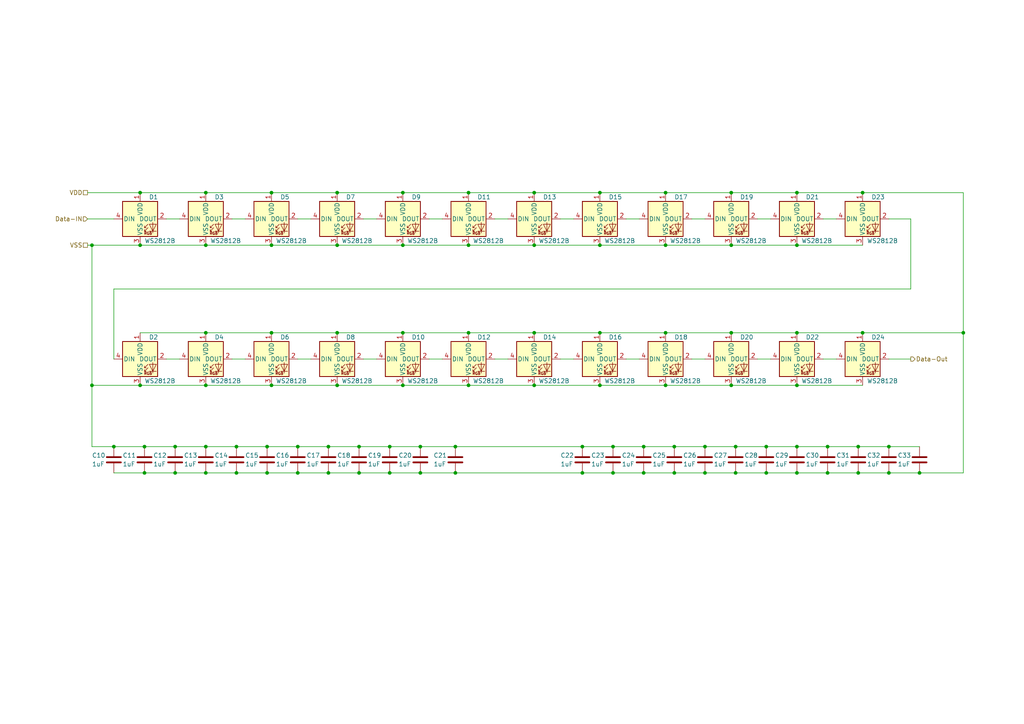
<source format=kicad_sch>
(kicad_sch (version 20211123) (generator eeschema)
  (paper "A4")
  (lib_symbols
    (symbol "Device:C" (pin_numbers hide) (pin_names (offset 0.254))
      (property "Reference" "C" (at 0.635 2.54 0))
      (property "Value" "C" (at 0.635 -2.54 0))
      (symbol "C_0_1"
        (polyline (pts (xy -2.032 -0.762) (xy 2.032 -0.762)) (stroke (width 0.508)))
        (polyline (pts (xy -2.032 0.762) (xy 2.032 0.762)) (stroke (width 0.508)))
      )
      (symbol "C_1_1"
        (pin passive line (at 0 3.81 270) (length 2.794) (name "~") (number "1"))
        (pin passive line (at 0 -3.81 90) (length 2.794) (name "~") (number "2"))
      )
    )
    (symbol "LED:WS2812B" (pin_names (offset 0.254))
      (property "Reference" "D" (at 5.08 5.715 0))
      (property "Value" "WS2812B" (at 1.27 -5.715 0))
      (symbol "WS2812B_0_0"
        (text "RGB" (at 2.286 -4.191 0) (effects (font (size 0.762 0.762))))
      )
      (symbol "WS2812B_0_1"
        (polyline (pts (xy 1.27 -3.556) (xy 1.778 -3.556)))
        (polyline (pts (xy 1.27 -2.54) (xy 1.778 -2.54)))
        (polyline (pts (xy 4.699 -3.556) (xy 2.667 -3.556)))
        (polyline (pts (xy 2.286 -2.54) (xy 1.27 -3.556) (xy 1.27 -3.048)))
        (polyline (pts (xy 2.286 -1.524) (xy 1.27 -2.54) (xy 1.27 -2.032)))
        (polyline (pts (xy 3.683 -1.016) (xy 3.683 -3.556) (xy 3.683 -4.064)))
        (polyline (pts (xy 4.699 -1.524) (xy 2.667 -1.524) (xy 3.683 -3.556) (xy 4.699 -1.524)))
        (rectangle (start 5.08 5.08) (end -5.08 -5.08) (stroke (width 0.254)) (fill (type background)))
      )
      (symbol "WS2812B_1_1"
        (pin power_in line (at 0 7.62 270) (length 2.54) (name "VDD") (number "1"))
        (pin output line (at 7.62 0 180) (length 2.54) (name "DOUT") (number "2"))
        (pin power_in line (at 0 -7.62 90) (length 2.54) (name "VSS") (number "3"))
        (pin input line (at -7.62 0 0) (length 2.54) (name "DIN") (number "4"))
      )
    )
  )
  (junction (at 177.8 129.54))
  (junction (at 135.89 111.76))
  (junction (at 222.25 137.16))
  (junction (at 50.8 129.54))
  (junction (at 40.64 111.76))
  (junction (at 78.74 55.88))
  (junction (at 168.91 129.54))
  (junction (at 173.99 111.76))
  (junction (at 86.36 129.54))
  (junction (at 135.89 55.88))
  (junction (at 97.79 96.52))
  (junction (at 59.69 55.88))
  (junction (at 204.47 137.16))
  (junction (at 104.14 129.54))
  (junction (at 168.91 137.16))
  (junction (at 68.58 137.16))
  (junction (at 77.47 137.16))
  (junction (at 116.84 96.52))
  (junction (at 97.79 111.76))
  (junction (at 173.99 71.12))
  (junction (at 195.58 129.54))
  (junction (at 132.08 137.16))
  (junction (at 212.09 96.52))
  (junction (at 78.74 96.52))
  (junction (at 116.84 71.12))
  (junction (at 186.69 137.16))
  (junction (at 121.92 137.16))
  (junction (at 257.81 129.54))
  (junction (at 154.94 55.88))
  (junction (at 250.19 96.52))
  (junction (at 154.94 71.12))
  (junction (at 212.09 111.76))
  (junction (at 97.79 55.88))
  (junction (at 41.91 129.54))
  (junction (at 135.89 96.52))
  (junction (at 26.67 111.76))
  (junction (at 135.89 71.12))
  (junction (at 193.04 96.52))
  (junction (at 40.64 55.88))
  (junction (at 95.25 137.16))
  (junction (at 250.19 55.88))
  (junction (at 231.14 55.88))
  (junction (at 193.04 55.88))
  (junction (at 248.92 129.54))
  (junction (at 59.69 111.76))
  (junction (at 78.74 71.12))
  (junction (at 113.03 129.54))
  (junction (at 173.99 96.52))
  (junction (at 212.09 55.88))
  (junction (at 222.25 129.54))
  (junction (at 50.8 137.16))
  (junction (at 77.47 129.54))
  (junction (at 41.91 137.16))
  (junction (at 279.4 96.52))
  (junction (at 154.94 111.76))
  (junction (at 195.58 137.16))
  (junction (at 231.14 129.54))
  (junction (at 154.94 96.52))
  (junction (at 26.67 71.12))
  (junction (at 59.69 137.16))
  (junction (at 40.64 71.12))
  (junction (at 231.14 111.76))
  (junction (at 68.58 129.54))
  (junction (at 177.8 137.16))
  (junction (at 116.84 55.88))
  (junction (at 231.14 96.52))
  (junction (at 204.47 129.54))
  (junction (at 173.99 55.88))
  (junction (at 132.08 129.54))
  (junction (at 33.02 129.54))
  (junction (at 113.03 137.16))
  (junction (at 104.14 137.16))
  (junction (at 193.04 71.12))
  (junction (at 97.79 71.12))
  (junction (at 95.25 129.54))
  (junction (at 86.36 137.16))
  (junction (at 231.14 71.12))
  (junction (at 59.69 129.54))
  (junction (at 186.69 129.54))
  (junction (at 257.81 137.16))
  (junction (at 59.69 71.12))
  (junction (at 266.7 137.16))
  (junction (at 213.36 137.16))
  (junction (at 231.14 137.16))
  (junction (at 213.36 129.54))
  (junction (at 212.09 71.12))
  (junction (at 59.69 96.52))
  (junction (at 240.03 129.54))
  (junction (at 78.74 111.76))
  (junction (at 121.92 129.54))
  (junction (at 116.84 111.76))
  (junction (at 248.92 137.16))
  (junction (at 240.03 137.16))
  (junction (at 193.04 111.76))
  (wire (pts (xy 113.03 137.16) (xy 121.92 137.16)))
  (wire (pts (xy 143.51 104.14) (xy 147.32 104.14)))
  (wire (pts (xy 212.09 71.12) (xy 193.04 71.12)))
  (wire (pts (xy 240.03 129.54) (xy 248.92 129.54)))
  (wire (pts (xy 40.64 55.88) (xy 59.69 55.88)))
  (wire (pts (xy 116.84 55.88) (xy 135.89 55.88)))
  (wire (pts (xy 40.64 71.12) (xy 26.67 71.12)))
  (wire (pts (xy 26.67 111.76) (xy 40.64 111.76)))
  (wire (pts (xy 231.14 137.16) (xy 240.03 137.16)))
  (wire (pts (xy 86.36 104.14) (xy 90.17 104.14)))
  (wire (pts (xy 40.64 55.88) (xy 25.4 55.88)))
  (wire (pts (xy 195.58 129.54) (xy 204.47 129.54)))
  (wire (pts (xy 181.61 63.5) (xy 185.42 63.5)))
  (wire (pts (xy 33.02 83.82) (xy 33.02 104.14)))
  (wire (pts (xy 200.66 104.14) (xy 204.47 104.14)))
  (wire (pts (xy 238.76 104.14) (xy 242.57 104.14)))
  (wire (pts (xy 97.79 55.88) (xy 116.84 55.88)))
  (wire (pts (xy 116.84 96.52) (xy 135.89 96.52)))
  (wire (pts (xy 78.74 71.12) (xy 97.79 71.12)))
  (wire (pts (xy 78.74 55.88) (xy 97.79 55.88)))
  (wire (pts (xy 97.79 111.76) (xy 78.74 111.76)))
  (wire (pts (xy 59.69 96.52) (xy 78.74 96.52)))
  (wire (pts (xy 257.81 137.16) (xy 266.7 137.16)))
  (wire (pts (xy 59.69 111.76) (xy 78.74 111.76)))
  (wire (pts (xy 200.66 63.5) (xy 204.47 63.5)))
  (wire (pts (xy 154.94 96.52) (xy 135.89 96.52)))
  (wire (pts (xy 193.04 96.52) (xy 212.09 96.52)))
  (wire (pts (xy 26.67 111.76) (xy 26.67 129.54)))
  (wire (pts (xy 124.46 63.5) (xy 128.27 63.5)))
  (wire (pts (xy 97.79 111.76) (xy 116.84 111.76)))
  (wire (pts (xy 257.81 63.5) (xy 264.16 63.5)))
  (wire (pts (xy 86.36 63.5) (xy 90.17 63.5)))
  (wire (pts (xy 68.58 137.16) (xy 77.47 137.16)))
  (wire (pts (xy 257.81 129.54) (xy 266.7 129.54)))
  (wire (pts (xy 116.84 111.76) (xy 135.89 111.76)))
  (wire (pts (xy 279.4 55.88) (xy 279.4 96.52)))
  (wire (pts (xy 264.16 63.5) (xy 264.16 83.82)))
  (wire (pts (xy 86.36 137.16) (xy 77.47 137.16)))
  (wire (pts (xy 173.99 96.52) (xy 193.04 96.52)))
  (wire (pts (xy 132.08 129.54) (xy 168.91 129.54)))
  (wire (pts (xy 86.36 129.54) (xy 95.25 129.54)))
  (wire (pts (xy 135.89 111.76) (xy 154.94 111.76)))
  (wire (pts (xy 240.03 137.16) (xy 248.92 137.16)))
  (wire (pts (xy 186.69 137.16) (xy 195.58 137.16)))
  (wire (pts (xy 41.91 129.54) (xy 50.8 129.54)))
  (wire (pts (xy 50.8 137.16) (xy 59.69 137.16)))
  (wire (pts (xy 177.8 137.16) (xy 186.69 137.16)))
  (wire (pts (xy 86.36 137.16) (xy 95.25 137.16)))
  (wire (pts (xy 26.67 71.12) (xy 25.4 71.12)))
  (wire (pts (xy 212.09 71.12) (xy 231.14 71.12)))
  (wire (pts (xy 250.19 55.88) (xy 279.4 55.88)))
  (wire (pts (xy 231.14 129.54) (xy 240.03 129.54)))
  (wire (pts (xy 121.92 129.54) (xy 132.08 129.54)))
  (wire (pts (xy 59.69 137.16) (xy 68.58 137.16)))
  (wire (pts (xy 193.04 55.88) (xy 212.09 55.88)))
  (wire (pts (xy 97.79 71.12) (xy 116.84 71.12)))
  (wire (pts (xy 104.14 129.54) (xy 113.03 129.54)))
  (wire (pts (xy 222.25 137.16) (xy 231.14 137.16)))
  (wire (pts (xy 257.81 104.14) (xy 264.16 104.14)))
  (wire (pts (xy 238.76 63.5) (xy 242.57 63.5)))
  (wire (pts (xy 40.64 111.76) (xy 59.69 111.76)))
  (wire (pts (xy 193.04 111.76) (xy 173.99 111.76)))
  (wire (pts (xy 212.09 111.76) (xy 231.14 111.76)))
  (wire (pts (xy 177.8 129.54) (xy 186.69 129.54)))
  (wire (pts (xy 168.91 137.16) (xy 177.8 137.16)))
  (wire (pts (xy 248.92 137.16) (xy 257.81 137.16)))
  (wire (pts (xy 104.14 137.16) (xy 113.03 137.16)))
  (wire (pts (xy 213.36 129.54) (xy 222.25 129.54)))
  (wire (pts (xy 266.7 137.16) (xy 279.4 137.16)))
  (wire (pts (xy 124.46 104.14) (xy 128.27 104.14)))
  (wire (pts (xy 213.36 137.16) (xy 222.25 137.16)))
  (wire (pts (xy 97.79 96.52) (xy 116.84 96.52)))
  (wire (pts (xy 162.56 104.14) (xy 166.37 104.14)))
  (wire (pts (xy 67.31 104.14) (xy 71.12 104.14)))
  (wire (pts (xy 68.58 129.54) (xy 77.47 129.54)))
  (wire (pts (xy 162.56 63.5) (xy 166.37 63.5)))
  (wire (pts (xy 40.64 96.52) (xy 59.69 96.52)))
  (wire (pts (xy 248.92 129.54) (xy 257.81 129.54)))
  (wire (pts (xy 193.04 111.76) (xy 212.09 111.76)))
  (wire (pts (xy 264.16 83.82) (xy 33.02 83.82)))
  (wire (pts (xy 40.64 71.12) (xy 59.69 71.12)))
  (wire (pts (xy 250.19 96.52) (xy 231.14 96.52)))
  (wire (pts (xy 195.58 137.16) (xy 204.47 137.16)))
  (wire (pts (xy 219.71 104.14) (xy 223.52 104.14)))
  (wire (pts (xy 231.14 55.88) (xy 250.19 55.88)))
  (wire (pts (xy 59.69 55.88) (xy 78.74 55.88)))
  (wire (pts (xy 204.47 137.16) (xy 213.36 137.16)))
  (wire (pts (xy 154.94 71.12) (xy 173.99 71.12)))
  (wire (pts (xy 135.89 71.12) (xy 154.94 71.12)))
  (wire (pts (xy 154.94 111.76) (xy 173.99 111.76)))
  (wire (pts (xy 250.19 96.52) (xy 279.4 96.52)))
  (wire (pts (xy 181.61 104.14) (xy 185.42 104.14)))
  (wire (pts (xy 222.25 129.54) (xy 231.14 129.54)))
  (wire (pts (xy 77.47 129.54) (xy 86.36 129.54)))
  (wire (pts (xy 95.25 137.16) (xy 104.14 137.16)))
  (wire (pts (xy 143.51 63.5) (xy 147.32 63.5)))
  (wire (pts (xy 219.71 63.5) (xy 223.52 63.5)))
  (wire (pts (xy 212.09 55.88) (xy 231.14 55.88)))
  (wire (pts (xy 33.02 129.54) (xy 41.91 129.54)))
  (wire (pts (xy 59.69 129.54) (xy 68.58 129.54)))
  (wire (pts (xy 48.26 63.5) (xy 52.07 63.5)))
  (wire (pts (xy 48.26 104.14) (xy 52.07 104.14)))
  (wire (pts (xy 212.09 96.52) (xy 231.14 96.52)))
  (wire (pts (xy 186.69 129.54) (xy 195.58 129.54)))
  (wire (pts (xy 105.41 104.14) (xy 109.22 104.14)))
  (wire (pts (xy 173.99 55.88) (xy 193.04 55.88)))
  (wire (pts (xy 105.41 63.5) (xy 109.22 63.5)))
  (wire (pts (xy 116.84 71.12) (xy 135.89 71.12)))
  (wire (pts (xy 78.74 96.52) (xy 97.79 96.52)))
  (wire (pts (xy 67.31 63.5) (xy 71.12 63.5)))
  (wire (pts (xy 33.02 137.16) (xy 41.91 137.16)))
  (wire (pts (xy 25.4 63.5) (xy 33.02 63.5)))
  (wire (pts (xy 173.99 71.12) (xy 193.04 71.12)))
  (wire (pts (xy 132.08 137.16) (xy 168.91 137.16)))
  (wire (pts (xy 113.03 129.54) (xy 121.92 129.54)))
  (wire (pts (xy 26.67 71.12) (xy 26.67 111.76)))
  (wire (pts (xy 168.91 129.54) (xy 177.8 129.54)))
  (wire (pts (xy 135.89 55.88) (xy 154.94 55.88)))
  (wire (pts (xy 154.94 55.88) (xy 173.99 55.88)))
  (wire (pts (xy 78.74 71.12) (xy 59.69 71.12)))
  (wire (pts (xy 231.14 111.76) (xy 250.19 111.76)))
  (wire (pts (xy 231.14 71.12) (xy 250.19 71.12)))
  (wire (pts (xy 121.92 137.16) (xy 132.08 137.16)))
  (wire (pts (xy 41.91 137.16) (xy 50.8 137.16)))
  (wire (pts (xy 279.4 96.52) (xy 279.4 137.16)))
  (wire (pts (xy 50.8 129.54) (xy 59.69 129.54)))
  (wire (pts (xy 154.94 96.52) (xy 173.99 96.52)))
  (wire (pts (xy 204.47 129.54) (xy 213.36 129.54)))
  (wire (pts (xy 26.67 129.54) (xy 33.02 129.54)))
  (wire (pts (xy 95.25 129.54) (xy 104.14 129.54)))
  (hierarchical_label "VSS" (shape passive) (at 25.4 71.12 180))
  (hierarchical_label "VDD" (shape passive) (at 25.4 55.88 180))
  (hierarchical_label "Data-IN" (shape input) (at 25.4 63.5 180))
  (hierarchical_label "Data-Out" (shape output) (at 264.16 104.14 0))
  (symbol (lib_id "LED:WS2812B") (at 40.64 63.5 0)
    (property "Reference" "D1" (at 43.18 57.15 0) (effects (justify left)))
    (property "Value" "WS2812B" (at 41.91 69.85 0) (effects (justify left)))
    (property "Footprint" "LED_SMD:LED_WS2812B_PLCC4_5.0x5.0mm_P3.2mm" (effects hide))
    (property "Datasheet" "https://cdn-shop.adafruit.com/datasheets/WS2812B.pdf" (effects hide))
    (property "LCSC" "C114586" (effects hide))
  )
  (symbol (lib_id "Device:C") (at 33.02 133.35 0)
    (property "Reference" "C10" (at 26.67 132.08 0) (effects (justify left)))
    (property "Value" "1uF" (at 26.67 134.62 0) (effects (justify left)))
    (property "Footprint" "Capacitor_SMD:C_0603_1608Metric" (effects hide))
    (property "LCSC" "C513775" (effects hide))
  )
  (symbol (lib_id "LED:WS2812B") (at 59.69 63.5 0)
    (property "Reference" "D3" (at 62.23 57.15 0) (effects (justify left)))
    (property "Value" "WS2812B" (at 60.96 69.85 0) (effects (justify left)))
    (property "Footprint" "LED_SMD:LED_WS2812B_PLCC4_5.0x5.0mm_P3.2mm" (effects hide))
    (property "Datasheet" "https://cdn-shop.adafruit.com/datasheets/WS2812B.pdf" (effects hide))
    (property "LCSC" "C114586" (effects hide))
  )
  (symbol (lib_id "LED:WS2812B") (at 78.74 63.5 0)
    (property "Reference" "D5" (at 81.28 57.15 0) (effects (justify left)))
    (property "Value" "WS2812B" (at 80.01 69.85 0) (effects (justify left)))
    (property "Footprint" "LED_SMD:LED_WS2812B_PLCC4_5.0x5.0mm_P3.2mm" (effects hide))
    (property "Datasheet" "https://cdn-shop.adafruit.com/datasheets/WS2812B.pdf" (effects hide))
    (property "LCSC" "C114586" (effects hide))
  )
  (symbol (lib_id "LED:WS2812B") (at 97.79 63.5 0)
    (property "Reference" "D7" (at 100.33 57.15 0) (effects (justify left)))
    (property "Value" "WS2812B" (at 99.06 69.85 0) (effects (justify left)))
    (property "Footprint" "LED_SMD:LED_WS2812B_PLCC4_5.0x5.0mm_P3.2mm" (effects hide))
    (property "Datasheet" "https://cdn-shop.adafruit.com/datasheets/WS2812B.pdf" (effects hide))
    (property "LCSC" "C114586" (effects hide))
  )
  (symbol (lib_id "LED:WS2812B") (at 116.84 63.5 0)
    (property "Reference" "D9" (at 119.38 57.15 0) (effects (justify left)))
    (property "Value" "WS2812B" (at 118.11 69.85 0) (effects (justify left)))
    (property "Footprint" "LED_SMD:LED_WS2812B_PLCC4_5.0x5.0mm_P3.2mm" (effects hide))
    (property "Datasheet" "https://cdn-shop.adafruit.com/datasheets/WS2812B.pdf" (effects hide))
    (property "LCSC" "C114586" (effects hide))
  )
  (symbol (lib_id "LED:WS2812B") (at 135.89 63.5 0)
    (property "Reference" "D11" (at 138.43 57.15 0) (effects (justify left)))
    (property "Value" "WS2812B" (at 137.16 69.85 0) (effects (justify left)))
    (property "Footprint" "LED_SMD:LED_WS2812B_PLCC4_5.0x5.0mm_P3.2mm" (effects hide))
    (property "Datasheet" "https://cdn-shop.adafruit.com/datasheets/WS2812B.pdf" (effects hide))
    (property "LCSC" "C114586" (effects hide))
  )
  (symbol (lib_id "LED:WS2812B") (at 154.94 63.5 0)
    (property "Reference" "D13" (at 157.48 57.15 0) (effects (justify left)))
    (property "Value" "WS2812B" (at 156.21 69.85 0) (effects (justify left)))
    (property "Footprint" "LED_SMD:LED_WS2812B_PLCC4_5.0x5.0mm_P3.2mm" (effects hide))
    (property "Datasheet" "https://cdn-shop.adafruit.com/datasheets/WS2812B.pdf" (effects hide))
    (property "LCSC" "C114586" (effects hide))
  )
  (symbol (lib_id "LED:WS2812B") (at 173.99 63.5 0)
    (property "Reference" "D15" (at 176.53 57.15 0) (effects (justify left)))
    (property "Value" "WS2812B" (at 175.26 69.85 0) (effects (justify left)))
    (property "Footprint" "LED_SMD:LED_WS2812B_PLCC4_5.0x5.0mm_P3.2mm" (effects hide))
    (property "Datasheet" "https://cdn-shop.adafruit.com/datasheets/WS2812B.pdf" (effects hide))
    (property "LCSC" "C114586" (effects hide))
  )
  (symbol (lib_id "LED:WS2812B") (at 193.04 63.5 0)
    (property "Reference" "D17" (at 195.58 57.15 0) (effects (justify left)))
    (property "Value" "WS2812B" (at 194.31 69.85 0) (effects (justify left)))
    (property "Footprint" "LED_SMD:LED_WS2812B_PLCC4_5.0x5.0mm_P3.2mm" (effects hide))
    (property "Datasheet" "https://cdn-shop.adafruit.com/datasheets/WS2812B.pdf" (effects hide))
    (property "LCSC" "C114586" (effects hide))
  )
  (symbol (lib_id "LED:WS2812B") (at 212.09 63.5 0)
    (property "Reference" "D19" (at 214.63 57.15 0) (effects (justify left)))
    (property "Value" "WS2812B" (at 213.36 69.85 0) (effects (justify left)))
    (property "Footprint" "LED_SMD:LED_WS2812B_PLCC4_5.0x5.0mm_P3.2mm" (effects hide))
    (property "Datasheet" "https://cdn-shop.adafruit.com/datasheets/WS2812B.pdf" (effects hide))
    (property "LCSC" "C114586" (effects hide))
  )
  (symbol (lib_id "LED:WS2812B") (at 231.14 63.5 0)
    (property "Reference" "D21" (at 233.68 57.15 0) (effects (justify left)))
    (property "Value" "WS2812B" (at 232.41 69.85 0) (effects (justify left)))
    (property "Footprint" "LED_SMD:LED_WS2812B_PLCC4_5.0x5.0mm_P3.2mm" (effects hide))
    (property "Datasheet" "https://cdn-shop.adafruit.com/datasheets/WS2812B.pdf" (effects hide))
    (property "LCSC" "C114586" (effects hide))
  )
  (symbol (lib_id "LED:WS2812B") (at 250.19 63.5 0)
    (property "Reference" "D23" (at 252.73 57.15 0) (effects (justify left)))
    (property "Value" "WS2812B" (at 251.46 69.85 0) (effects (justify left)))
    (property "Footprint" "LED_SMD:LED_WS2812B_PLCC4_5.0x5.0mm_P3.2mm" (effects hide))
    (property "Datasheet" "https://cdn-shop.adafruit.com/datasheets/WS2812B.pdf" (effects hide))
    (property "LCSC" "C114586" (effects hide))
  )
  (symbol (lib_id "LED:WS2812B") (at 250.19 104.14 0)
    (property "Reference" "D24" (at 252.73 97.79 0) (effects (justify left)))
    (property "Value" "WS2812B" (at 251.46 110.49 0) (effects (justify left)))
    (property "Footprint" "LED_SMD:LED_WS2812B_PLCC4_5.0x5.0mm_P3.2mm" (effects hide))
    (property "Datasheet" "https://cdn-shop.adafruit.com/datasheets/WS2812B.pdf" (effects hide))
    (property "LCSC" "C114586" (effects hide))
  )
  (symbol (lib_id "LED:WS2812B") (at 231.14 104.14 0)
    (property "Reference" "D22" (at 233.68 97.79 0) (effects (justify left)))
    (property "Value" "WS2812B" (at 232.41 110.49 0) (effects (justify left)))
    (property "Footprint" "LED_SMD:LED_WS2812B_PLCC4_5.0x5.0mm_P3.2mm" (effects hide))
    (property "Datasheet" "https://cdn-shop.adafruit.com/datasheets/WS2812B.pdf" (effects hide))
    (property "LCSC" "C114586" (effects hide))
  )
  (symbol (lib_id "LED:WS2812B") (at 212.09 104.14 0)
    (property "Reference" "D20" (at 214.63 97.79 0) (effects (justify left)))
    (property "Value" "WS2812B" (at 213.36 110.49 0) (effects (justify left)))
    (property "Footprint" "LED_SMD:LED_WS2812B_PLCC4_5.0x5.0mm_P3.2mm" (effects hide))
    (property "Datasheet" "https://cdn-shop.adafruit.com/datasheets/WS2812B.pdf" (effects hide))
    (property "LCSC" "C114586" (effects hide))
  )
  (symbol (lib_id "LED:WS2812B") (at 193.04 104.14 0)
    (property "Reference" "D18" (at 195.58 97.79 0) (effects (justify left)))
    (property "Value" "WS2812B" (at 194.31 110.49 0) (effects (justify left)))
    (property "Footprint" "LED_SMD:LED_WS2812B_PLCC4_5.0x5.0mm_P3.2mm" (effects hide))
    (property "Datasheet" "https://cdn-shop.adafruit.com/datasheets/WS2812B.pdf" (effects hide))
    (property "LCSC" "C114586" (effects hide))
  )
  (symbol (lib_id "LED:WS2812B") (at 173.99 104.14 0)
    (property "Reference" "D16" (at 176.53 97.79 0) (effects (justify left)))
    (property "Value" "WS2812B" (at 175.26 110.49 0) (effects (justify left)))
    (property "Footprint" "LED_SMD:LED_WS2812B_PLCC4_5.0x5.0mm_P3.2mm" (effects hide))
    (property "Datasheet" "https://cdn-shop.adafruit.com/datasheets/WS2812B.pdf" (effects hide))
    (property "LCSC" "C114586" (effects hide))
  )
  (symbol (lib_id "LED:WS2812B") (at 154.94 104.14 0)
    (property "Reference" "D14" (at 157.48 97.79 0) (effects (justify left)))
    (property "Value" "WS2812B" (at 156.21 110.49 0) (effects (justify left)))
    (property "Footprint" "LED_SMD:LED_WS2812B_PLCC4_5.0x5.0mm_P3.2mm" (effects hide))
    (property "Datasheet" "https://cdn-shop.adafruit.com/datasheets/WS2812B.pdf" (effects hide))
    (property "LCSC" "C114586" (effects hide))
  )
  (symbol (lib_id "LED:WS2812B") (at 135.89 104.14 0)
    (property "Reference" "D12" (at 138.43 97.79 0) (effects (justify left)))
    (property "Value" "WS2812B" (at 137.16 110.49 0) (effects (justify left)))
    (property "Footprint" "LED_SMD:LED_WS2812B_PLCC4_5.0x5.0mm_P3.2mm" (effects hide))
    (property "Datasheet" "https://cdn-shop.adafruit.com/datasheets/WS2812B.pdf" (effects hide))
    (property "LCSC" "C114586" (effects hide))
  )
  (symbol (lib_id "LED:WS2812B") (at 116.84 104.14 0)
    (property "Reference" "D10" (at 119.38 97.79 0) (effects (justify left)))
    (property "Value" "WS2812B" (at 118.11 110.49 0) (effects (justify left)))
    (property "Footprint" "LED_SMD:LED_WS2812B_PLCC4_5.0x5.0mm_P3.2mm" (effects hide))
    (property "Datasheet" "https://cdn-shop.adafruit.com/datasheets/WS2812B.pdf" (effects hide))
    (property "LCSC" "C114586" (effects hide))
  )
  (symbol (lib_id "LED:WS2812B") (at 97.79 104.14 0)
    (property "Reference" "D8" (at 100.33 97.79 0) (effects (justify left)))
    (property "Value" "WS2812B" (at 99.06 110.49 0) (effects (justify left)))
    (property "Footprint" "LED_SMD:LED_WS2812B_PLCC4_5.0x5.0mm_P3.2mm" (effects hide))
    (property "Datasheet" "https://cdn-shop.adafruit.com/datasheets/WS2812B.pdf" (effects hide))
    (property "LCSC" "C114586" (effects hide))
  )
  (symbol (lib_id "LED:WS2812B") (at 78.74 104.14 0)
    (property "Reference" "D6" (at 81.28 97.79 0) (effects (justify left)))
    (property "Value" "WS2812B" (at 80.01 110.49 0) (effects (justify left)))
    (property "Footprint" "LED_SMD:LED_WS2812B_PLCC4_5.0x5.0mm_P3.2mm" (effects hide))
    (property "Datasheet" "https://cdn-shop.adafruit.com/datasheets/WS2812B.pdf" (effects hide))
    (property "LCSC" "C114586" (effects hide))
  )
  (symbol (lib_id "LED:WS2812B") (at 59.69 104.14 0)
    (property "Reference" "D4" (at 62.23 97.79 0) (effects (justify left)))
    (property "Value" "WS2812B" (at 60.96 110.49 0) (effects (justify left)))
    (property "Footprint" "LED_SMD:LED_WS2812B_PLCC4_5.0x5.0mm_P3.2mm" (effects hide))
    (property "Datasheet" "https://cdn-shop.adafruit.com/datasheets/WS2812B.pdf" (effects hide))
    (property "LCSC" "C114586" (effects hide))
  )
  (symbol (lib_id "LED:WS2812B") (at 40.64 104.14 0)
    (property "Reference" "D2" (at 43.18 97.79 0) (effects (justify left)))
    (property "Value" "WS2812B" (at 41.91 110.49 0) (effects (justify left)))
    (property "Footprint" "LED_SMD:LED_WS2812B_PLCC4_5.0x5.0mm_P3.2mm" (effects hide))
    (property "Datasheet" "https://cdn-shop.adafruit.com/datasheets/WS2812B.pdf" (effects hide))
    (property "LCSC" "C114586" (effects hide))
  )
  (symbol (lib_id "Device:C") (at 41.91 133.35 0)
    (property "Reference" "C11" (at 35.56 132.08 0) (effects (justify left)))
    (property "Value" "1uF" (at 35.56 134.62 0) (effects (justify left)))
    (property "Footprint" "Capacitor_SMD:C_0603_1608Metric" (effects hide))
    (property "LCSC" "C513775" (effects hide))
  )
  (symbol (lib_id "Device:C") (at 50.8 133.35 0)
    (property "Reference" "C12" (at 44.45 132.08 0) (effects (justify left)))
    (property "Value" "1uF" (at 44.45 134.62 0) (effects (justify left)))
    (property "Footprint" "Capacitor_SMD:C_0603_1608Metric" (effects hide))
    (property "LCSC" "C513775" (effects hide))
  )
  (symbol (lib_id "Device:C") (at 59.69 133.35 0)
    (property "Reference" "C13" (at 53.34 132.08 0) (effects (justify left)))
    (property "Value" "1uF" (at 53.34 134.62 0) (effects (justify left)))
    (property "Footprint" "Capacitor_SMD:C_0603_1608Metric" (effects hide))
    (property "LCSC" "C513775" (effects hide))
  )
  (symbol (lib_id "Device:C") (at 68.58 133.35 0)
    (property "Reference" "C14" (at 62.23 132.08 0) (effects (justify left)))
    (property "Value" "1uF" (at 62.23 134.62 0) (effects (justify left)))
    (property "Footprint" "Capacitor_SMD:C_0603_1608Metric" (effects hide))
    (property "LCSC" "C513775" (effects hide))
  )
  (symbol (lib_id "Device:C") (at 77.47 133.35 0)
    (property "Reference" "C15" (at 71.12 132.08 0) (effects (justify left)))
    (property "Value" "1uF" (at 71.12 134.62 0) (effects (justify left)))
    (property "Footprint" "Capacitor_SMD:C_0603_1608Metric" (effects hide))
    (property "LCSC" "C513775" (effects hide))
  )
  (symbol (lib_id "Device:C") (at 86.36 133.35 0)
    (property "Reference" "C16" (at 80.01 132.08 0) (effects (justify left)))
    (property "Value" "1uF" (at 80.01 134.62 0) (effects (justify left)))
    (property "Footprint" "Capacitor_SMD:C_0603_1608Metric" (effects hide))
    (property "LCSC" "C513775" (effects hide))
  )
  (symbol (lib_id "Device:C") (at 95.25 133.35 0)
    (property "Reference" "C17" (at 88.9 132.08 0) (effects (justify left)))
    (property "Value" "1uF" (at 88.9 134.62 0) (effects (justify left)))
    (property "Footprint" "Capacitor_SMD:C_0603_1608Metric" (effects hide))
    (property "LCSC" "C513775" (effects hide))
  )
  (symbol (lib_id "Device:C") (at 104.14 133.35 0)
    (property "Reference" "C18" (at 97.79 132.08 0) (effects (justify left)))
    (property "Value" "1uF" (at 97.79 134.62 0) (effects (justify left)))
    (property "Footprint" "Capacitor_SMD:C_0603_1608Metric" (effects hide))
    (property "LCSC" "C513775" (effects hide))
  )
  (symbol (lib_id "Device:C") (at 113.03 133.35 0)
    (property "Reference" "C19" (at 106.68 132.08 0) (effects (justify left)))
    (property "Value" "1uF" (at 106.68 134.62 0) (effects (justify left)))
    (property "Footprint" "Capacitor_SMD:C_0603_1608Metric" (effects hide))
    (property "LCSC" "C513775" (effects hide))
  )
  (symbol (lib_id "Device:C") (at 121.92 133.35 0)
    (property "Reference" "C20" (at 115.57 132.08 0) (effects (justify left)))
    (property "Value" "1uF" (at 115.57 134.62 0) (effects (justify left)))
    (property "Footprint" "Capacitor_SMD:C_0603_1608Metric" (effects hide))
    (property "LCSC" "C513775" (effects hide))
  )
  (symbol (lib_id "Device:C") (at 132.08 133.35 0)
    (property "Reference" "C21" (at 125.73 132.08 0) (effects (justify left)))
    (property "Value" "1uF" (at 125.73 134.62 0) (effects (justify left)))
    (property "Footprint" "Capacitor_SMD:C_0603_1608Metric" (effects hide))
    (property "LCSC" "C513775" (effects hide))
  )
  (symbol (lib_id "Device:C") (at 177.8 133.35 0)
    (property "Reference" "C23" (at 171.45 132.08 0) (effects (justify left)))
    (property "Value" "1uF" (at 171.45 134.62 0) (effects (justify left)))
    (property "Footprint" "Capacitor_SMD:C_0603_1608Metric" (effects hide))
    (property "LCSC" "C513775" (effects hide))
  )
  (symbol (lib_id "Device:C") (at 168.91 133.35 0)
    (property "Reference" "C22" (at 162.56 132.08 0) (effects (justify left)))
    (property "Value" "1uF" (at 162.56 134.62 0) (effects (justify left)))
    (property "Footprint" "Capacitor_SMD:C_0603_1608Metric" (effects hide))
    (property "LCSC" "C513775" (effects hide))
  )
  (symbol (lib_id "Device:C") (at 186.69 133.35 0)
    (property "Reference" "C24" (at 180.34 132.08 0) (effects (justify left)))
    (property "Value" "1uF" (at 180.34 134.62 0) (effects (justify left)))
    (property "Footprint" "Capacitor_SMD:C_0603_1608Metric" (effects hide))
    (property "LCSC" "C513775" (effects hide))
  )
  (symbol (lib_id "Device:C") (at 195.58 133.35 0)
    (property "Reference" "C25" (at 189.23 132.08 0) (effects (justify left)))
    (property "Value" "1uF" (at 189.23 134.62 0) (effects (justify left)))
    (property "Footprint" "Capacitor_SMD:C_0603_1608Metric" (effects hide))
    (property "LCSC" "C513775" (effects hide))
  )
  (symbol (lib_id "Device:C") (at 204.47 133.35 0)
    (property "Reference" "C26" (at 198.12 132.08 0) (effects (justify left)))
    (property "Value" "1uF" (at 198.12 134.62 0) (effects (justify left)))
    (property "Footprint" "Capacitor_SMD:C_0603_1608Metric" (effects hide))
    (property "LCSC" "C513775" (effects hide))
  )
  (symbol (lib_id "Device:C") (at 213.36 133.35 0)
    (property "Reference" "C27" (at 207.01 132.08 0) (effects (justify left)))
    (property "Value" "1uF" (at 207.01 134.62 0) (effects (justify left)))
    (property "Footprint" "Capacitor_SMD:C_0603_1608Metric" (effects hide))
    (property "LCSC" "C513775" (effects hide))
  )
  (symbol (lib_id "Device:C") (at 222.25 133.35 0)
    (property "Reference" "C28" (at 215.9 132.08 0) (effects (justify left)))
    (property "Value" "1uF" (at 215.9 134.62 0) (effects (justify left)))
    (property "Footprint" "Capacitor_SMD:C_0603_1608Metric" (effects hide))
    (property "LCSC" "C513775" (effects hide))
  )
  (symbol (lib_id "Device:C") (at 231.14 133.35 0)
    (property "Reference" "C29" (at 224.79 132.08 0) (effects (justify left)))
    (property "Value" "1uF" (at 224.79 134.62 0) (effects (justify left)))
    (property "Footprint" "Capacitor_SMD:C_0603_1608Metric" (effects hide))
    (property "LCSC" "C513775" (effects hide))
  )
  (symbol (lib_id "Device:C") (at 240.03 133.35 0)
    (property "Reference" "C30" (at 233.68 132.08 0) (effects (justify left)))
    (property "Value" "1uF" (at 233.68 134.62 0) (effects (justify left)))
    (property "Footprint" "Capacitor_SMD:C_0603_1608Metric" (effects hide))
    (property "LCSC" "C513775" (effects hide))
  )
  (symbol (lib_id "Device:C") (at 248.92 133.35 0)
    (property "Reference" "C31" (at 242.57 132.08 0) (effects (justify left)))
    (property "Value" "1uF" (at 242.57 134.62 0) (effects (justify left)))
    (property "Footprint" "Capacitor_SMD:C_0603_1608Metric" (effects hide))
    (property "LCSC" "C513775" (effects hide))
  )
  (symbol (lib_id "Device:C") (at 257.81 133.35 0)
    (property "Reference" "C32" (at 251.46 132.08 0) (effects (justify left)))
    (property "Value" "1uF" (at 251.46 134.62 0) (effects (justify left)))
    (property "Footprint" "Capacitor_SMD:C_0603_1608Metric" (effects hide))
    (property "LCSC" "C513775" (effects hide))
  )
  (symbol (lib_id "Device:C") (at 266.7 133.35 0)
    (property "Reference" "C33" (at 260.35 132.08 0) (effects (justify left)))
    (property "Value" "1uF" (at 260.35 134.62 0) (effects (justify left)))
    (property "Footprint" "Capacitor_SMD:C_0603_1608Metric" (effects hide))
    (property "LCSC" "C513775" (effects hide))
  )
)
</source>
